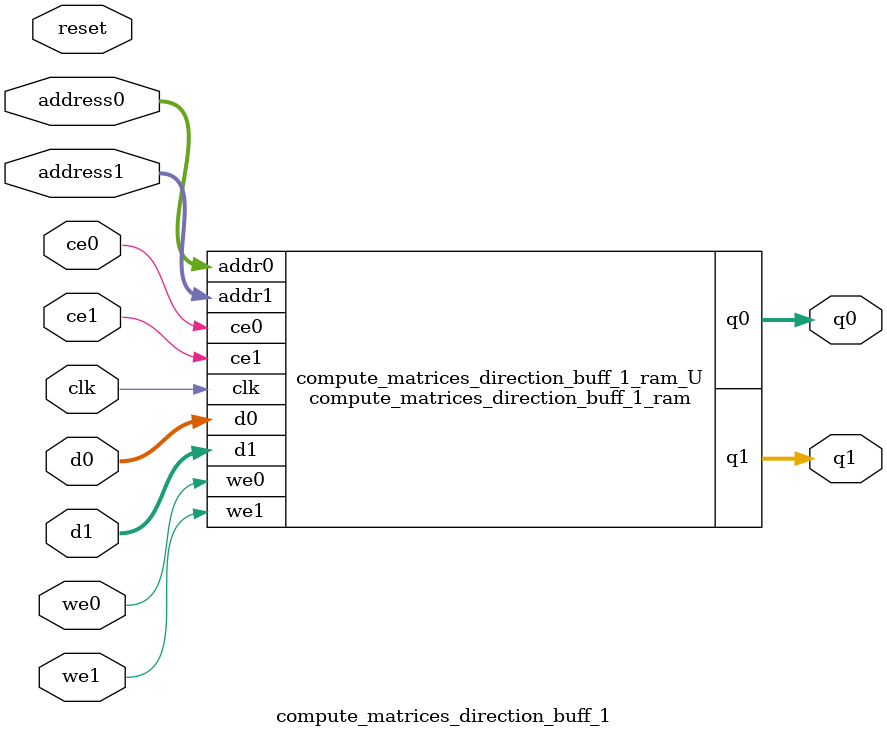
<source format=v>
`timescale 1 ns / 1 ps
module compute_matrices_direction_buff_1_ram (addr0, ce0, d0, we0, q0, addr1, ce1, d1, we1, q1,  clk);

parameter DWIDTH = 2;
parameter AWIDTH = 2;
parameter MEM_SIZE = 4;

input[AWIDTH-1:0] addr0;
input ce0;
input[DWIDTH-1:0] d0;
input we0;
output reg[DWIDTH-1:0] q0;
input[AWIDTH-1:0] addr1;
input ce1;
input[DWIDTH-1:0] d1;
input we1;
output reg[DWIDTH-1:0] q1;
input clk;

(* ram_style = "block" *)reg [DWIDTH-1:0] ram[0:MEM_SIZE-1];




always @(posedge clk)  
begin 
    if (ce0) begin
        if (we0) 
            ram[addr0] <= d0; 
        q0 <= ram[addr0];
    end
end


always @(posedge clk)  
begin 
    if (ce1) begin
        if (we1) 
            ram[addr1] <= d1; 
        q1 <= ram[addr1];
    end
end


endmodule

`timescale 1 ns / 1 ps
module compute_matrices_direction_buff_1(
    reset,
    clk,
    address0,
    ce0,
    we0,
    d0,
    q0,
    address1,
    ce1,
    we1,
    d1,
    q1);

parameter DataWidth = 32'd2;
parameter AddressRange = 32'd4;
parameter AddressWidth = 32'd2;
input reset;
input clk;
input[AddressWidth - 1:0] address0;
input ce0;
input we0;
input[DataWidth - 1:0] d0;
output[DataWidth - 1:0] q0;
input[AddressWidth - 1:0] address1;
input ce1;
input we1;
input[DataWidth - 1:0] d1;
output[DataWidth - 1:0] q1;



compute_matrices_direction_buff_1_ram compute_matrices_direction_buff_1_ram_U(
    .clk( clk ),
    .addr0( address0 ),
    .ce0( ce0 ),
    .we0( we0 ),
    .d0( d0 ),
    .q0( q0 ),
    .addr1( address1 ),
    .ce1( ce1 ),
    .we1( we1 ),
    .d1( d1 ),
    .q1( q1 ));

endmodule


</source>
